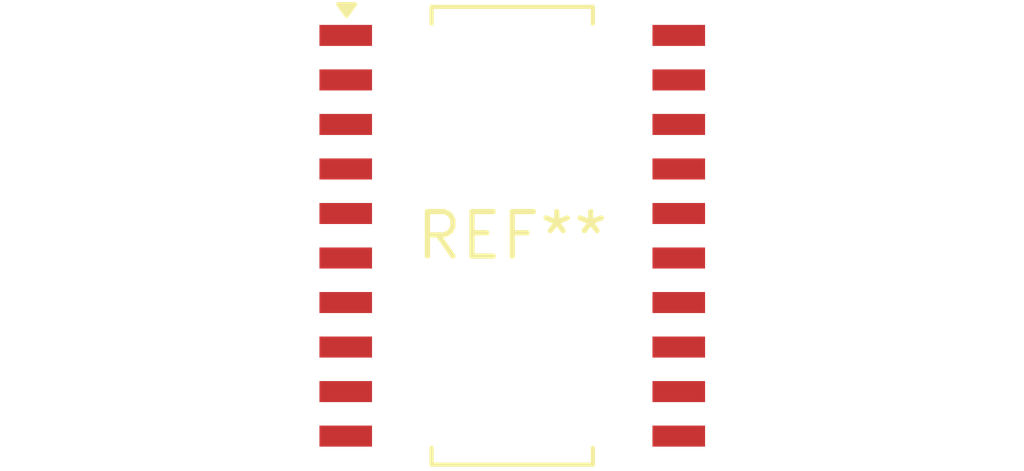
<source format=kicad_pcb>
(kicad_pcb (version 20240108) (generator pcbnew)
  (layers (0 "F.Cu" signal) (31 "B.Cu" signal) (34 "B.Paste" user) (35 "F.Paste" user) (36 "B.SilkS" user "B.Silkscreen") (37 "F.SilkS" user "F.Silkscreen") (38 "B.Mask" user) (39 "F.Mask" user) (44 "Edge.Cuts" user))
  (net 0 "")
  (footprint "SO-20_12.8x7.5mm_P1.27mm" (layer "F.Cu") (at 0 0)
    (property "Reference" "REF**")
    (property "Value" "SO-20_12.8x7.5mm_P1.27mm")
    (fp_line (start -2.3 -6.53) (end 2.3 -6.53) (layer "F.SilkS") (stroke (width 0.12)))
    (fp_line (start -2.3 -6.05) (end -2.3 -6.53) (layer "F.SilkS") (stroke (width 0.12)))
    (fp_line (start -2.3 6.53) (end -2.3 6.05) (layer "F.SilkS") (stroke (width 0.12)))
    (fp_line (start -2.3 6.53) (end 2.3 6.53) (layer "F.SilkS") (stroke (width 0.12)))
    (fp_line (start 2.3 -6.05) (end 2.3 -6.53) (layer "F.SilkS") (stroke (width 0.12)))
    (fp_line (start 2.3 6.05) (end 2.3 6.53) (layer "F.SilkS") (stroke (width 0.12)))
    (fp_poly (pts (xy -4.725 -6.275) (xy -4.965 -6.605) (xy -4.485 -6.605) (xy -4.725 -6.275)) (layer "F.SilkS") (stroke (width 0.12)) (fill solid))
    (pad "1" smd rect (at -4.75 -5.715) (size 1.5 0.6) (layers "F.Cu" "F.Paste" "F.Mask"))
    (pad "2" smd rect (at -4.75 -4.445) (size 1.5 0.6) (layers "F.Cu" "F.Paste" "F.Mask"))
    (pad "3" smd rect (at -4.75 -3.175) (size 1.5 0.6) (layers "F.Cu" "F.Paste" "F.Mask"))
    (pad "4" smd rect (at -4.75 -1.905) (size 1.5 0.6) (layers "F.Cu" "F.Paste" "F.Mask"))
    (pad "5" smd rect (at -4.75 -0.635) (size 1.5 0.6) (layers "F.Cu" "F.Paste" "F.Mask"))
    (pad "6" smd rect (at -4.75 0.635) (size 1.5 0.6) (layers "F.Cu" "F.Paste" "F.Mask"))
    (pad "7" smd rect (at -4.75 1.905) (size 1.5 0.6) (layers "F.Cu" "F.Paste" "F.Mask"))
    (pad "8" smd rect (at -4.75 3.175) (size 1.5 0.6) (layers "F.Cu" "F.Paste" "F.Mask"))
    (pad "9" smd rect (at -4.75 4.445) (size 1.5 0.6) (layers "F.Cu" "F.Paste" "F.Mask"))
    (pad "10" smd rect (at -4.75 5.715) (size 1.5 0.6) (layers "F.Cu" "F.Paste" "F.Mask"))
    (pad "11" smd rect (at 4.75 5.715) (size 1.5 0.6) (layers "F.Cu" "F.Paste" "F.Mask"))
    (pad "12" smd rect (at 4.75 4.445) (size 1.5 0.6) (layers "F.Cu" "F.Paste" "F.Mask"))
    (pad "13" smd rect (at 4.75 3.175) (size 1.5 0.6) (layers "F.Cu" "F.Paste" "F.Mask"))
    (pad "14" smd rect (at 4.75 1.905) (size 1.5 0.6) (layers "F.Cu" "F.Paste" "F.Mask"))
    (pad "15" smd rect (at 4.75 0.635) (size 1.5 0.6) (layers "F.Cu" "F.Paste" "F.Mask"))
    (pad "16" smd rect (at 4.75 -0.635) (size 1.5 0.6) (layers "F.Cu" "F.Paste" "F.Mask"))
    (pad "17" smd rect (at 4.75 -1.905) (size 1.5 0.6) (layers "F.Cu" "F.Paste" "F.Mask"))
    (pad "18" smd rect (at 4.75 -3.175) (size 1.5 0.6) (layers "F.Cu" "F.Paste" "F.Mask"))
    (pad "19" smd rect (at 4.75 -4.445) (size 1.5 0.6) (layers "F.Cu" "F.Paste" "F.Mask"))
    (pad "20" smd rect (at 4.75 -5.715) (size 1.5 0.6) (layers "F.Cu" "F.Paste" "F.Mask"))
  )
)
</source>
